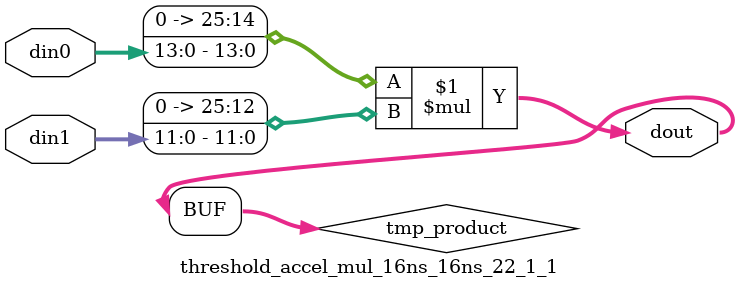
<source format=v>

`timescale 1 ns / 1 ps

  module threshold_accel_mul_16ns_16ns_22_1_1(din0, din1, dout);
parameter ID = 1;
parameter NUM_STAGE = 0;
parameter din0_WIDTH = 14;
parameter din1_WIDTH = 12;
parameter dout_WIDTH = 26;

input [din0_WIDTH - 1 : 0] din0; 
input [din1_WIDTH - 1 : 0] din1; 
output [dout_WIDTH - 1 : 0] dout;

wire signed [dout_WIDTH - 1 : 0] tmp_product;










assign tmp_product = $signed({1'b0, din0}) * $signed({1'b0, din1});











assign dout = tmp_product;







endmodule

</source>
